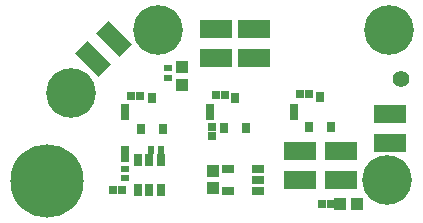
<source format=gbs>
G04*
G04 #@! TF.GenerationSoftware,Altium Limited,Altium Designer,18.1.6 (161)*
G04*
G04 Layer_Color=16711935*
%FSLAX25Y25*%
%MOIN*%
G70*
G01*
G75*
%ADD17R,0.11036X0.06115*%
%ADD21C,0.16548*%
%ADD22C,0.05524*%
G04:AMPARAMS|DCode=43|XSize=110.36mil|YSize=61.15mil|CornerRadius=0mil|HoleSize=0mil|Usage=FLASHONLY|Rotation=315.000|XOffset=0mil|YOffset=0mil|HoleType=Round|Shape=Rectangle|*
%AMROTATEDRECTD43*
4,1,4,-0.06064,0.01740,-0.01740,0.06064,0.06064,-0.01740,0.01740,-0.06064,-0.06064,0.01740,0.0*
%
%ADD43ROTATEDRECTD43*%

%ADD44R,0.03950X0.03950*%
%ADD45R,0.02769X0.02572*%
%ADD46C,0.24422*%
%ADD47R,0.02572X0.02769*%
%ADD48R,0.02769X0.02375*%
%ADD49R,0.03950X0.03950*%
%ADD50R,0.02375X0.02769*%
%ADD51R,0.02965X0.03950*%
%ADD52R,0.03950X0.02965*%
%ADD53R,0.02965X0.03753*%
G54D17*
X468500Y296177D02*
D03*
Y305823D02*
D03*
X526500Y267677D02*
D03*
Y277323D02*
D03*
X481000Y296177D02*
D03*
Y305823D02*
D03*
X496500Y255299D02*
D03*
Y264945D02*
D03*
X510000Y255299D02*
D03*
Y264945D02*
D03*
G54D21*
X420000Y284500D02*
D03*
X449000Y305500D02*
D03*
X526000D02*
D03*
X525500Y255303D02*
D03*
G54D22*
X530000Y289000D02*
D03*
G54D43*
X434410Y302410D02*
D03*
X427590Y295590D02*
D03*
G54D44*
X515566Y247500D02*
D03*
X509660D02*
D03*
G54D45*
X506636D02*
D03*
X503684D02*
D03*
X434024Y252000D02*
D03*
X436976D02*
D03*
X499476Y284000D02*
D03*
X496524D02*
D03*
X443000Y283500D02*
D03*
X440047D02*
D03*
X471322Y283801D02*
D03*
X468369D02*
D03*
G54D46*
X412000Y255000D02*
D03*
G54D47*
X467000Y269929D02*
D03*
Y272882D02*
D03*
X438000Y265500D02*
D03*
Y262547D02*
D03*
X466322Y279476D02*
D03*
Y276524D02*
D03*
X438000Y279476D02*
D03*
Y276524D02*
D03*
X494500Y279476D02*
D03*
Y276524D02*
D03*
G54D48*
X438000Y255925D02*
D03*
Y259075D02*
D03*
X452500Y289425D02*
D03*
Y292575D02*
D03*
G54D49*
X457000Y292953D02*
D03*
Y287047D02*
D03*
X467322Y252606D02*
D03*
Y258511D02*
D03*
G54D50*
X446831Y265500D02*
D03*
X449980D02*
D03*
G54D51*
Y252000D02*
D03*
X446240D02*
D03*
X442500D02*
D03*
Y262039D02*
D03*
X446240D02*
D03*
X449980D02*
D03*
G54D52*
X472302Y259039D02*
D03*
Y251559D02*
D03*
X482341D02*
D03*
Y255299D02*
D03*
Y259039D02*
D03*
G54D53*
X447000Y282520D02*
D03*
X443260Y272480D02*
D03*
X450740D02*
D03*
X503000Y283067D02*
D03*
X499260Y273028D02*
D03*
X506740D02*
D03*
X474822Y282821D02*
D03*
X471081Y272781D02*
D03*
X478562D02*
D03*
M02*

</source>
